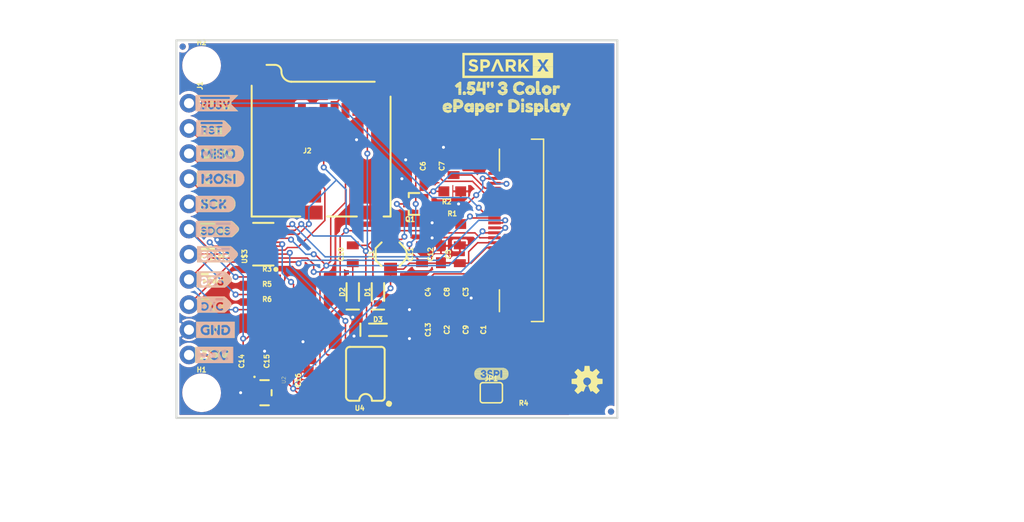
<source format=kicad_pcb>
(kicad_pcb (version 20211014) (generator pcbnew)
  (layers (0 "F.Cu" signal) (31 "B.Cu" signal) (34 "B.Paste" user) (35 "F.Paste" user) (36 "B.SilkS" user "B.Silkscreen") (37 "F.SilkS" user "F.Silkscreen") (38 "B.Mask" user) (39 "F.Mask" user) (44 "Edge.Cuts" user))
  (net 0 "")
  (net 1 "GDR")
  (net 2 "RESE")
  (net 3 "VGL")
  (net 4 "VGH")
  (net 5 "TSCL")
  (net 6 "TSDA")
  (net 7 "BS")
  (net 8 "~{BUSY}")
  (net 9 "~{RES}")
  (net 10 "GND")
  (net 11 "VDD")
  (net 12 "VSH")
  (net 13 "PREVGH")
  (net 14 "VSL")
  (net 15 "PREVGL")
  (net 16 "VCOM")
  (net 17 "N$2")
  (net 18 "N$5")
  (net 19 "3.3V")
  (net 20 "VPP")
  (net 21 "MOSI")
  (net 22 "SCLK")
  (net 23 "5V")
  (net 24 "D/~{C}")
  (net 25 "5V_D/~{C}")
  (net 26 "N$11")
  (net 27 "5V_~{CS}(D)")
  (net 28 "~{CS}(D)")
  (net 29 "MISO")
  (net 30 "5V_MOSI")
  (net 31 "5V_~{CS}(SR)")
  (net 32 "5V_~{CS}(SD)")
  (net 33 "5V_SCLK")
  (net 34 "~{CS}(SD)")
  (net 35 "~{CS}(SR)")
  (net 36 "5V_~{RES}")
  (net 37 "5V_MISO")
  (footprint "eagleBoard:0805" (layer "F.Cu") (at 154.8511 107.5436 90)
    (fp_text reference "C5")
    (fp_text value "1.0uF")
  )
  (footprint "eagleBoard:0603" (layer "F.Cu") (at 156.7561 115.1636 -90)
    (fp_text reference "C1")
    (fp_text value "1.0uF")
  )
  (footprint "eagleBoard:SOT23-5" (layer "F.Cu") (at 135.1661 121.5136 -90)
    (fp_text reference "U2")
    (fp_text value "3.3V")
  )
  (footprint "eagleBoard:OSHW-LOGO-S" (layer "F.Cu") (at 167.6781 120.3706)
    (fp_text reference "LOGO1" hide)
    (fp_text value "OSHW-LOGOS" hide)
  )
  (footprint "eagleBoard:MICRO-SD-SOCKET" (layer "F.Cu") (at 147.8661 103.7336)
    (fp_text reference "J2")
    (fp_text value "MICRO-SD_CARD_SOCKETPUSH-PUSH")
  )
  (footprint "eagleBoard:0603" (layer "F.Cu") (at 154.0891 101.1936 180)
    (fp_text reference "R2")
    (fp_text value "0.47ohm")
  )
  (footprint "eagleBoard:STAND-OFF" (layer "F.Cu") (at 128.8161 88.4936)
    (fp_text reference "H2")
    (fp_text value "STAND-OFF")
  )
  (footprint "eagleBoard:CREATIVE_COMMONS" (layer "F.Cu") (at 128.8161 134.2136)
    (fp_text reference "FRAME1" hide)
    (fp_text value "FRAME-LETTER" hide)
  )
  (footprint "eagleBoard:STAND-OFF" (layer "F.Cu") (at 128.8161 121.5136)
    (fp_text reference "H1")
    (fp_text value "STAND-OFF")
  )
  (footprint "eagleBoard:SPARKX-MEDIUM" (layer "F.Cu") (at 159.6771 88.4936)
    (fp_text reference "U$5" hide)
    (fp_text value "SPARKX-LOGO4" hide)
  )
  (footprint "eagleBoard:0805" (layer "F.Cu") (at 152.3111 98.6536 90)
    (fp_text reference "C6")
    (fp_text value "1.0uF")
  )
  (footprint "eagleBoard:0603" (layer "F.Cu") (at 152.9461 107.5436 90)
    (fp_text reference "C12")
    (fp_text value "0.1uF")
  )
  (footprint "eagleBoard:#RST1" (layer "F.Cu") (at 127.6731 94.8436)
    (fp_text reference "U$11" hide)
    (fp_text value "" hide)
  )
  (footprint "eagleBoard:UFDFN-20" (layer "F.Cu") (at 135.0391 106.5276 90)
    (fp_text reference "U$3")
    (fp_text value "TXB0108DQSR")
  )
  (footprint "eagleBoard:VCC1" (layer "F.Cu") (at 127.6731 117.7036)
    (fp_text reference "U$2" hide)
    (fp_text value "" hide)
  )
  (footprint "eagleBoard:SOD-323" (layer "F.Cu") (at 146.5961 115.1636)
    (fp_text reference "D3")
    (fp_text value "0.5A/40V/420mV")
  )
  (footprint "eagleBoard:#BUSY0" (layer "F.Cu") (at 127.5461 92.3036)
    (fp_text reference "U$4" hide)
    (fp_text value "" hide)
  )
  (footprint "eagleBoard:SOD-323" (layer "F.Cu") (at 146.5961 111.3536 90)
    (fp_text reference "D1")
    (fp_text value "0.5A/40V/420mV")
  )
  (footprint "eagleBoard:SO08" (layer "F.Cu") (at 145.3261 119.6086 90)
    (fp_text reference "U4")
    (fp_text value "23K640")
  )
  (footprint "eagleBoard:0805" (layer "F.Cu") (at 151.0411 115.1636 -90)
    (fp_text reference "C13")
    (fp_text value "1.0uF")
  )
  (footprint "eagleBoard:MISO1" (layer "F.Cu") (at 127.8001 97.3836)
    (fp_text reference "U$8" hide)
    (fp_text value "" hide)
  )
  (footprint "eagleBoard:0603" (layer "F.Cu") (at 135.4201 110.0836)
    (fp_text reference "R3")
    (fp_text value "10k")
  )
  (footprint "eagleBoard:0805" (layer "F.Cu") (at 144.0561 107.5436 90)
    (fp_text reference "C10")
    (fp_text value "4.7uF")
  )
  (footprint "eagleBoard:3_COLOR2" (layer "F.Cu") (at 157.5181 90.7796)
    (fp_text reference "U$19" hide)
    (fp_text value "" hide)
  )
  (footprint "eagleBoard:0805" (layer "F.Cu") (at 151.0411 107.5436 90)
    (fp_text reference "C11")
    (fp_text value "4.7uF")
  )
  (footprint "eagleBoard:SOD-323" (layer "F.Cu") (at 144.0561 111.3536 90)
    (fp_text reference "D2")
    (fp_text value "0.5A/40V/420mV")
  )
  (footprint "eagleBoard:INDUCTOR_4.7UH" (layer "F.Cu") (at 147.8661 107.5436 90)
    (fp_text reference "L1")
    (fp_text value "10uH")
  )
  (footprint "eagleBoard:MOSI0" (layer "F.Cu") (at 127.8001 99.9236)
    (fp_text reference "U$16" hide)
    (fp_text value "" hide)
  )
  (footprint "eagleBoard:SMT-JUMPER_2_NO_SILK" (layer "F.Cu") (at 158.0261 121.5136)
    (fp_text reference "JP1")
    (fp_text value "3SPI")
  )
  (footprint "eagleBoard:GND9" (layer "F.Cu") (at 127.8001 115.1636)
    (fp_text reference "U$14" hide)
    (fp_text value "" hide)
  )
  (footprint "eagleBoard:SCK2" (layer "F.Cu") (at 127.8001 102.4636)
    (fp_text reference "U$17" hide)
    (fp_text value "" hide)
  )
  (footprint "eagleBoard:D##C10" (layer "F.Cu") (at 127.6731 112.6236)
    (fp_text reference "U$7" hide)
    (fp_text value "" hide)
  )
  (footprint "eagleBoard:0603" (layer "F.Cu") (at 139.6111 120.2436 90)
    (fp_text reference "C16")
    (fp_text value "0.1uF")
  )
  (footprint "eagleBoard:0603" (layer "F.Cu") (at 161.8361 121.5136 180)
    (fp_text reference "R4")
    (fp_text value "10k")
  )
  (footprint "eagleBoard:FIDUCIAL-MICRO" (layer "F.Cu") (at 126.9111 86.5886)
    (fp_text reference "FD4" hide)
    (fp_text value "FIDUCIALUFIDUCIAL" hide)
  )
  (footprint "eagleBoard:0805" (layer "F.Cu") (at 154.2161 98.6536 90)
    (fp_text reference "C7")
    (fp_text value "1.0uF")
  )
  (footprint "eagleBoard:0805" (layer "F.Cu") (at 152.9461 111.3536 -90)
    (fp_text reference "C8")
    (fp_text value "1.0uF")
  )
  (footprint "eagleBoard:0603" (layer "F.Cu") (at 135.4201 113.1316)
    (fp_text reference "R6")
    (fp_text value "10k")
  )
  (footprint "eagleBoard:SR#CS1" (layer "F.Cu") (at 127.6731 107.5436)
    (fp_text reference "U$15" hide)
    (fp_text value "" hide)
  )
  (footprint "eagleBoard:24_PIN_FPC_0.5MM" (layer "F.Cu") (at 160.5661 105.1306 90)
    (fp_text reference "U$1" hide)
    (fp_text value "24_PIN_FPC_0.5MM" hide)
  )
  (footprint "eagleBoard:0805" (layer "F.Cu") (at 154.8511 111.3536 -90)
    (fp_text reference "C3")
    (fp_text value "1.0uF")
  )
  (footprint "eagleBoard:D#CS2" (layer "F.Cu") (at 127.6731 110.0836)
    (fp_text reference "U$9" hide)
    (fp_text value "" hide)
  )
  (footprint "eagleBoard:0805" (layer "F.Cu") (at 152.9461 115.1636 -90)
    (fp_text reference "C2")
    (fp_text value "1.0uF")
  )
  (footprint "eagleBoard:1#54#1" (layer "F.Cu") (at 153.2001 90.7796)
    (fp_text reference "U$23" hide)
    (fp_text value "" hide)
  )
  (footprint "eagleBoard:SD#CS0" (layer "F.Cu") (at 127.6731 105.0036)
    (fp_text reference "U$10" hide)
    (fp_text value "" hide)
  )
  (footprint "eagleBoard:SOT323" (layer "F.Cu") (at 150.4061 102.4636 90)
    (fp_text reference "Q1")
    (fp_text value "310mA/60V/1.6Ω")
  )
  (footprint "eagleBoard:1X11_NO_SILK" (layer "F.Cu") (at 127.5461 92.3036 -90)
    (fp_text reference "J1")
    (fp_text value "")
  )
  (footprint "eagleBoard:0603" (layer "F.Cu") (at 133.8961 118.3386 90)
    (fp_text reference "C14")
    (fp_text value "1.0uF")
  )
  (footprint "eagleBoard:0603" (layer "F.Cu") (at 135.4201 111.6076)
    (fp_text reference "R5")
    (fp_text value "10k")
  )
  (footprint "eagleBoard:0805" (layer "F.Cu") (at 154.8511 115.1636 -90)
    (fp_text reference "C9")
    (fp_text value "1.0uF")
  )
  (footprint "eagleBoard:FIDUCIAL-MICRO" (layer "F.Cu") (at 170.0911 123.4186)
    (fp_text reference "FD3" hide)
    (fp_text value "FIDUCIALUFIDUCIAL" hide)
  )
  (footprint "eagleBoard:0603" (layer "F.Cu") (at 136.4361 118.3386 90)
    (fp_text reference "C15")
    (fp_text value "1.0uF")
  )
  (footprint "eagleBoard:EPAPER_DISPLAY5" (layer "F.Cu") (at 151.9301 92.5576)
    (fp_text reference "U$21" hide)
    (fp_text value "" hide)
  )
  (footprint "eagleBoard:0805" (layer "F.Cu") (at 151.0411 111.3536 -90)
    (fp_text reference "C4")
    (fp_text value "1.0uF")
  )
  (footprint "eagleBoard:0603" (layer "F.Cu") (at 154.0891 104.4956)
    (fp_text reference "R1")
    (fp_text value "10k")
  )
  (footprint "eagleBoard:3SPI0" (layer "F.Cu") (at 156.2481 119.6086)
    (fp_text reference "U$12" hide)
    (fp_text value "" hide)
  )
  (footprint "eagleBoard:#RST2" (layer "B.Cu") (at 131.9911 94.8436 180)
    (fp_text reference "U$20" hide)
    (fp_text value "" hide)
  )
  (footprint "eagleBoard:D##C9" (layer "B.Cu") (at 132.1181 112.6236 180)
    (fp_text reference "U$30" hide)
    (fp_text value "" hide)
  )
  (footprint "eagleBoard:FIDUCIAL-MICRO" (layer "B.Cu") (at 126.9111 86.5886 180)
    (fp_text reference "FD1" hide)
    (fp_text value "FIDUCIALUFIDUCIAL" hide)
  )
  (footprint "eagleBoard:D#CS8" (layer "B.Cu") (at 132.1181 110.0836 180)
    (fp_text reference "U$29" hide)
    (fp_text value "" hide)
  )
  (footprint "eagleBoard:MISO3" (layer "B.Cu") (at 133.1341 97.3836 180)
    (fp_text reference "U$24" hide)
    (fp_text value "" hide)
  )
  (footprint "eagleBoard:SCK5" (layer "B.Cu") (at 132.2451 102.4636 180)
    (fp_text reference "U$26" hide)
    (fp_text value "" hide)
  )
  (footprint "eagleBoard:VCC1" (layer "B.Cu") (at 132.4991 117.7036 180)
    (fp_text reference "U$13" hide)
    (fp_text value "" hide)
  )
  (footprint "eagleBoard:FIDUCIAL-MICRO" (layer "B.Cu") (at 170.0911 123.4186 180)
    (fp_text reference "FD2" hide)
    (fp_text value "FIDUCIALUFIDUCIAL" hide)
  )
  (footprint "eagleBoard:SD#CS6" (layer "B.Cu") (at 132.7531 105.0036 180)
    (fp_text reference "U$27" hide)
    (fp_text value "" hide)
  )
  (footprint "eagleBoard:GND11" (layer "B.Cu") (at 132.6261 115.1636 180)
    (fp_text reference "U$31" hide)
    (fp_text value "" hide)
  )
  (footprint "eagleBoard:SR#CS7" (layer "B.Cu") (at 132.7531 107.5436 180)
    (fp_text reference "U$28" hide)
    (fp_text value "" hide)
  )
  (footprint "eagleBoard:MOSI4" (layer "B.Cu") (at 133.2611 99.9236 180)
    (fp_text reference "U$25" hide)
    (fp_text value "" hide)
  )
  (footprint "eagleBoard:#BUSY1" (layer "B.Cu") (at 132.7531 92.3036 180)
    (fp_text reference "U$6" hide)
    (fp_text value "" hide)
  )
  (gr_line (start 170.7261 85.9536) (end 126.2761 85.9536) (layer "Edge.Cuts") (width 0.2032))
  (gr_line (start 126.2761 85.9536) (end 126.2761 124.0536) (layer "Edge.Cuts") (width 0.2032))
  (gr_line (start 170.7261 124.0536) (end 170.7261 85.9536) (layer "Edge.Cuts") (width 0.2032))
  (gr_line (start 126.2761 124.0536) (end 170.7261 124.0536) (layer "Edge.Cuts") (width 0.2032))
  (gr_text "X01" (at 167.8051 122.9106) (layer "F.Cu") (effects (font (size 1.0795 1.0795) (thickness 0.1905))))
  (segment (start 157.158306 99.902394) (end 158.319306 99.902394) (width 0.1524) (layer "F.Cu") (net 1))
  (segment (start 158.319306 99.902394) (end 158.3411 99.8806) (width 0.1524) (layer "F.Cu") (net 1))
  (segment (start 151.3461 103.0986) (end 151.3311 103.1136) (width 0.1524) (layer "F.Cu") (net 1))
  (segment (start 154.9631 103.1136) (end 156.5021 101.5746) (width 0.1524) (layer "F.Cu") (net 1))
  (segment (start 151.3311 103.1136) (end 154.9631 103.1136) (width 0.1524) (layer "F.Cu") (net 1))
  (segment (start 154.9631 104.4716) (end 154.9391 104.4956) (width 0.1524) (layer "F.Cu") (net 1))
  (segment (start 154.9631 103.1136) (end 154.9631 104.4716) (width 0.1524) (layer "F.Cu") (net 1))
  (via (at 156.5021 101.5746) (size 0.6096) (drill 0.3048) (layers "F.Cu" "B.Cu") (net 1))
  (via (at 157.158306 99.902394) (size 0.6096) (drill 0.3048) (layers "F.Cu" "B.Cu") (net 1))
  (segment (start 156.5021 101.5746) (end 157.158306 100.918394) (width 0.1524) (layer "B.Cu") (net 1))
  (segment (start 157.158306 100.918394) (end 157.158306 99.902394) (width 0.1524) (layer "B.Cu") (net 1))
  (segment (start 159.5501 100.4316) (end 159.4991 100.3806) (width 0.1524) (layer "F.Cu") (net 2))
  (segment (start 159.4991 100.3806) (end 158.3411 100.3806) (width 0.1524) (layer "F.Cu") (net 2))
  (segment (start 152.1841 101.1936) (end 153.2391 101.1936) (width 0.1524) (layer "F.Cu") (net 2))
  (segment (start 151.9511 101.1936) (end 152.1841 101.1936) (width 0.1524) (layer "F.Cu") (net 2))
  (segment (start 151.3311 101.8136) (end 151.9511 101.1936) (width 0.1524) (layer "F.Cu") (net 2))
  (via (at 152.1841 101.1936) (size 0.6096) (drill 0.3048) (layers "F.Cu" "B.Cu") (net 2))
  (via (at 159.5501 100.4316) (size 0.6096) (drill 0.3048) (layers "F.Cu" "B.Cu") (net 2))
  (segment (start 157.50625 99.368994) (end 154.008706 99.368994) (width 0.1524) (layer "B.Cu") (net 2))
  (segment (start 159.5501 100.4316) (end 158.568856 100.4316) (width 0.1524) (layer "B.Cu") (net 2))
  (segment (start 158.568856 100.4316) (end 157.50625 99.368994) (width 0.1524) (layer "B.Cu") (net 2))
  (segment (start 154.008706 99.368994) (end 152.1841 101.1936) (width 0.1524) (layer "B.Cu") (net 2))
  (segment (start 154.2271 99.5426) (end 154.2161 99.5536) (width 0.1524) (layer "F.Cu") (net 3))
  (segment (start 157.382156 100.8806) (end 156.044156 99.5426) (width 0.1524) (layer "F.Cu") (net 3))
  (segment (start 158.3411 100.8806) (end 157.382156 100.8806) (width 0.1524) (layer "F.Cu") (net 3))
  (segment (start 156.044156 99.5426) (end 154.2271 99.5426) (width 0.1524) (layer "F.Cu") (net 3))
  (segment (start 156.1257 100.1822) (end 153.2047 100.1822) (width 0.1524) (layer "F.Cu") (net 4))
  (segment (start 152.5761 99.5536) (end 152.3111 99.5536) (width 0.1524) (layer "F.Cu") (net 4))
  (segment (start 153.2047 100.1822) (end 152.5761 99.5536) (width 0.1524) (layer "F.Cu") (net 4))
  (segment (start 158.3411 101.3806) (end 157.3241 101.3806) (width 0.1524) (layer "F.Cu") (net 4))
  (segment (start 157.3241 101.3806) (end 156.1257 100.1822) (width 0.1524) (layer "F.Cu") (net 4))
  (segment (start 159.6771 121.5136) (end 159.6771 120.7516) (width 0.1524) (layer "F.Cu") (net 7))
  (segment (start 158.3411 102.8806) (end 159.2601 102.8806) (width 0.1524) (layer "F.Cu") (net 7))
  (segment (start 159.6771 121.5136) (end 158.4325 121.5136) (width 0.1524) (layer "F.Cu") (net 7))
  (segment (start 160.9861 121.5136) (end 159.6771 121.5136) (width 0.1524) (layer "F.Cu") (net 7))
  (segment (start 159.6771 120.7516) (end 163.4871 116.9416) (width 0.1524) (layer "F.Cu") (net 7))
  (segment (start 163.4871 105.3846) (end 160.9831 102.8806) (width 0.1524) (layer "F.Cu") (net 7))
  (segment (start 160.9831 102.8806) (end 158.3411 102.8806) (width 0.1524) (layer "F.Cu") (net 7))
  (segment (start 163.4871 116.9416) (end 163.4871 105.3846) (width 0.1524) (layer "F.Cu") (net 7))
  (segment (start 156.7561 102.8446) (end 157.2921 103.3806) (width 0.1524) (layer "F.Cu") (net 8))
  (segment (start 157.2921 103.3806) (end 158.3411 103.3806) (width 0.1524) (layer "F.Cu") (net 8))
  (via (at 156.7561 102.8446) (size 0.6096) (drill 0.3048) (layers "F.Cu" "B.Cu") (net 8))
  (segment (start 152.060928 101.824772) (end 151.556756 101.3206) (width 0.1524) (layer "B.Cu") (net 8))
  (segment (start 151.5491 101.3206) (end 142.5321 92.3036) (width 0.1524) (layer "B.Cu") (net 8))
  (segment (start 155.736271 101.824772) (end 152.060928 101.824772) (width 0.1524) (layer "B.Cu") (net 8))
  (segment (start 151.556756 101.3206) (end 151.5491 101.3206) (width 0.1524) (layer "B.Cu") (net 8))
  (segment (start 156.7561 102.8446) (end 155.736271 101.824772) (width 0.1524) (layer "B.Cu") (net 8))
  (segment (start 142.5321 92.3036) (end 127.5461 92.3036) (width 0.1524) (layer "B.Cu") (net 8))
  (segment (start 155.87039 103.73031) (end 156.020681 103.8806) (width 0.1524) (layer "F.Cu") (net 9))
  (segment (start 137.7281 104.7276) (end 137.9601 104.4956) (width 0.1524) (layer "F.Cu") (net 9))
  (segment (start 135.9391 104.7276) (end 137.7281 104.7276) (width 0.1524) (layer "F.Cu") (net 9))
  (segment (start 156.020681 103.8806) (end 158.3411 103.8806) (width 0.1524) (layer "F.Cu") (net 9))
  (via (at 155.87039 103.73031) (size 0.6096) (drill 0.3048) (layers "F.Cu" "B.Cu") (net 9))
  (via (at 137.9601 104.4956) (size 0.6096) (drill 0.3048) (layers "F.Cu" "B.Cu") (net 9))
  (segment (start 155.87039 103.73031) (end 151.8031 107.7976) (width 0.1524) (layer "B.Cu") (net 9))
  (segment (start 137.9601 104.4956) (end 141.2621 107.7976) (width 0.1524) (layer "B.Cu") (net 9))
  (segment (start 141.2621 107.7976) (end 151.8031 107.7976) (width 0.1524) (layer "B.Cu") (net 9))
  (segment (start 144.4261 92.8336) (end 144.4261 95.9756) (width 0.1524) (layer "F.Cu") (net 10))
  (segment (start 138.7221 116.0526) (end 139.0396 116.3701) (width 0.254) (layer "F.Cu") (net 10))
  (segment (start 149.8981 112.2426) (end 149.7711 112.3696) (width 0.1524) (layer "F.Cu") (net 10))
  (segment (start 144.4261 95.9756) (end 144.4371 95.9866) (width 0.1524) (layer "F.Cu") (net 10))
  (segment (start 149.7821 116.0636) (end 149.7711 116.0526) (width 0.1524) (layer "F.Cu") (net 10))
  (segment (start 144.0561 112.5036) (end 144.0561 113.8936) (width 0.1524) (layer "F.Cu") (net 10))
  (segment (start 152.0571 106.6936) (end 152.0571 106.7816) (width 0.1524) (layer "F.Cu") (net 10))
  (segment (start 149.7711 112.3696) (end 149.7711 113.1316) (width 0.1524) (layer "F.Cu") (net 10))
  (segment (start 149.9091 112.2536) (end 149.8981 112.2426) (width 0.1524) (layer "F.Cu") (net 10))
  (segment (start 133.866 121.5136) (end 132.7531 121.5136) (width 0.254) (layer "F.Cu") (net 10))
  (segment (start 151.0411 116.0636) (end 149.7821 116.0636) (width 0.1524) (layer "F.Cu") (net 10))
  (segment (start 152.9461 106.6936) (end 152.6531 106.4006) (width 0.1524) (layer "F.Cu") (net 10))
  (segment (start 153.2391 104.4956) (end 152.1841 104.4956) (width 0.1524) (layer "F.Cu") (net 10))
  (segment (start 159.3321 107.3806) (end 159.4231 107.2896) (width 0.1524) (layer "F.Cu") (net 10))
  (segment (start 134.1391 106.3276) (end 130.655756 106.3276) (width 0.1524) (layer "F.Cu") (net 10))
  (segment (start 158.3411 107.3806) (end 159.3321 107.3806) (width 0.1524) (layer "F.Cu") (net 10))
  (segment (start 154.8511 106.6436) (end 154.8511 106.832344) (width 0.1524) (layer "F.Cu") (net 10))
  (segment (start 151.0411 112.2536) (end 149.9091 112.2536) (width 0.1524) (layer "F.Cu") (net 10))
  (segment (start 152.1841 104.4956) (end 152.0571 104.3686) (width 0.1524) (layer "F.Cu") (net 10))
  (segment (start 130.655756 106.3276) (end 130.407428 106.079272) (width 0.1524) (layer "F.Cu") (net 10))
  (via (at 144.1831 115.7986) (size 0.6096) (drill 0.3048) (layers "F.Cu" "B.Cu") (net 10))
  (via (at 149.3901 98.0186) (size 0.6096) (drill 0.3048) (layers "F.Cu" "B.Cu") (net 10))
  (via (at 155.9941 111.9586) (size 0.6096) (drill 0.3048) (layers "F.Cu" "B.Cu") (net 10))
  (via (at 135.1661 117.3226) (size 0.6096) (drill 0.3048) (layers "F.Cu" "B.Cu") (net 10))
  (via (at 139.0396 116.3701) (size 0.6096) (drill 0.3048) (layers "F.Cu" "B.Cu") (net 10))
  (via (at 132.7531 121.5136) (size 0.6096) (drill 0.3048) (layers "F.Cu" "B.Cu") (net 10))
  (via (at 152.0571 105.8926) (size 0.6096) (drill 0.3048) (layers "F.Cu" "B.Cu") (net 10))
  (via (at 130.407428 106.079272) (size 0.6096) (drill 0.3048) (layers "F.Cu" "B.Cu") (net 10))
  (via (at 144.4371 95.9866) (size 0.6096) (drill 0.3048) (layers "F.Cu" "B.Cu") (net 10))
  (via (at 149.7711 113.1316) (size 0.6096) (drill 0.3048) (layers "F.Cu" "B.Cu") (net 10))
  (via (at 152.0571 104.3686) (size 0.6096) (drill 0.3048) (layers "F.Cu" "B.Cu") (net 10))
  (via (at 154.7241 102.4636) (size 0.6096) (drill 0.3048) (layers "F.Cu" "B.Cu") (net 10))
  (via (at 153.2001 96.7486) (size 0.6096) (drill 0.3048) (layers "F.Cu" "B.Cu") (net 10))
  (via (at 144.0561 113.8936) (size 0.6096) (drill 0.3048) (layers "F.Cu" "B.Cu") (net 10))
  (via (at 149.0091 99.9236) (size 0.6096) (drill 0.3048) (layers "F.Cu" "B.Cu") (net 10))
  (via (at 149.7711 116.0526) (size 0.6096) (drill 0.3048) (layers "F.Cu" "B.Cu") (net 10))
  (segment (start 151.0411 110.4536) (end 151.3061 110.4536) (width 0.1524) (layer "F.Cu") (net 11))
  (segment (start 151.0411 110.4536) (end 151.2553 110.4536) (width 0.1524) (layer "F.Cu") (net 11))
  (segment (start 152.2395 109.5202) (end 155.822387 109.5202) (width 0.1524) (layer "F.Cu") (net 11))
  (segment (start 155.822387 109.5202) (end 157.461987 107.8806) (width 0.1524) (layer "F.Cu") (net 11))
  (segment (start 158.3411 107.8806) (end 157.461987 107.8806) (width 0.1524) (layer "F.Cu") (net 11))
  (segment (start 151.3061 110.4536) (end 152.2395 109.5202) (width 0.1524) (layer "F.Cu") (net 11))
  (segment (start 157.3241 108.8806) (end 158.3411 108.8806) (width 0.1524) (layer "F.Cu") (net 12))
  (segment (start 155.7511 110.4536) (end 154.8511 110.4536) (width 0.1524) (layer "F.Cu") (net 12))
  (segment (start 155.7511 110.4536) (end 157.3241 108.8806) (width 0.1524) (layer "F.Cu") (net 12))
  (segment (start 155.4861 111.3536) (end 157.4591 109.3806) (width 0.1524) (layer "F.Cu") (net 13))
  (segment (start 157.4591 109.3806) (end 158.3411 109.3806) (width 0.1524) (layer "F.Cu") (net 13))
  (segment (start 153.4541 113.3856) (end 153.9621 112.8776) (width 0.1524) (layer "F.Cu") (net 13))
  (segment (start 152.1841 113.3856) (end 153.4541 113.3856) (width 0.1524) (layer "F.Cu") (net 13))
  (segment (start 153.9621 112.8776) (end 153.9621 111.819313) (width 0.1524) (layer "F.Cu") (net 13))
  (segment (start 154.427812 111.3536) (end 155.4861 111.3536) (width 0.1524) (layer "F.Cu") (net 13))
  (segment (start 148.3561 114.2636) (end 151.0411 114.2636) (width 0.1524) (layer "F.Cu") (net 13))
  (segment (start 151.3061 114.2636) (end 151.0411 114.2636) (width 0.1524) (layer "F.Cu") (net 13))
  (segment (start 154.427812 111.3536) (end 153.9621 111.819313) (width 0.1524) (layer "F.Cu") (net 13))
  (segment (start 151.3061 114.2636) (end 152.1841 113.3856) (width 0.1524) (layer "F.Cu") (net 13))
  (segment (start 146.5961 112.5036) (end 148.3561 114.2636) (width 0.1524) (layer "F.Cu") (net 13))
  (segment (start 153.8397 113.635) (end 155.1097 113.635) (width 0.1524) (layer "F.Cu") (net 14))
  (segment (start 153.4541 114.0206) (end 153.1891 114.0206) (width 0.1524) (layer "F.Cu") (net 14))
  (segment (start 153.8397 113.635) (end 153.4541 114.0206) (width 0.1524) (layer "F.Cu") (net 14))
  (segment (start 158.3411 109.8806) (end 157.5181 109.8806) (width 0.1524) (layer "F.Cu") (net 14))
  (segment (start 157.1663 110.2324) (end 157.5181 109.8806) (width 0.1524) (layer "F.Cu") (net 14))
  (segment (start 155.1097 113.635) (end 157.1663 111.5784) (width 0.1524) (layer "F.Cu") (net 14))
  (segment (start 157.1663 111.5784) (end 157.1663 110.2324) (width 0.1524) (layer "F.Cu") (net 14))
  (segment (start 153.1891 114.0206) (end 152.9461 114.2636) (width 0.1524) (layer "F.Cu") (net 14))
  (segment (start 158.3411 110.3806) (end 157.6021 110.3806) (width 0.1524) (layer "F.Cu") (net 15))
  (segment (start 157.4711 110.5116) (end 157.4711 111.8146) (width 0.1524) (layer "F.Cu") (net 15))
  (segment (start 147.7461 115.1636) (end 153.7081 115.1636) (width 0.1524) (layer "F.Cu") (net 15))
  (segment (start 157.6021 110.3806) (end 157.4711 110.5116) (width 0.1524) (layer "F.Cu") (net 15))
  (segment (start 154.6081 114.2636) (end 154.8511 114.2636) (width 0.1524) (layer "F.Cu") (net 15))
  (segment (start 155.0221 114.2636) (end 154.8511 114.2636) (width 0.1524) (layer "F.Cu") (net 15))
  (segment (start 153.7081 115.1636) (end 154.6081 114.2636) (width 0.1524) (layer "F.Cu") (net 15))
  (segment (start 157.4711 111.8146) (end 155.0221 114.2636) (width 0.1524) (layer "F.Cu") (net 15))
  (segment (start 158.3411 110.8806) (end 158.3411 112.7286) (width 0.1524) (layer "F.Cu") (net 16))
  (segment (start 156.7561 114.3136) (end 158.3411 112.7286) (width 0.1524) (layer "F.Cu") (net 16))
  (segment (start 144.0561 110.2036) (end 144.0561 110.0836) (width 0.1524) (layer "F.Cu") (net 17))
  (segment (start 145.4461 115.1636) (end 145.4461 111.4736) (width 0.1524) (layer "F.Cu") (net 17))
  (segment (start 144.0561 110.0836) (end 144.0561 108.4436) (width 0.1524) (layer "F.Cu") (net 17))
  (segment (start 145.4461 111.4736) (end 144.0561 110.0836) (width 0.1524) (layer "F.Cu") (net 17))
  (segment (start 146.0881 109.6956) (end 146.0881 107.1806) (width 0.1524) (layer "F.Cu") (net 18))
  (segment (start 145.5511 106.6436) (end 146.1511 106.0436) (width 0.1524) (layer "F.Cu") (net 18))
  (segment (start 147.8661 106.0436) (end 148.9851 106.0436) (width 0.1524) (layer "F.Cu") (net 18))
  (segment (start 146.0881 107.1806) (end 145.5511 106.6436) (width 0.1524) (layer "F.Cu") (net 18))
  (segment (start 146.0881 109.6956) (end 146.5961 110.2036) (width 0.1524) (layer "F.Cu") (net 18))
  (segment (start 148.9851 106.0436) (end 149.2631 105.7656) (width 0.1524) (layer "F.Cu") (net 18))
  (segment (start 148.5011 102.4636) (end 149.4811 102.4636) (width 0.1524) (layer "F.Cu") (net 18))
  (segment (start 146.1511 106.0436) (end 147.8661 106.0436) (width 0.1524) (layer "F.Cu") (net 18))
  (segment (start 145.5511 106.6436) (end 144.0561 106.6436) (width 0.1524) (layer "F.Cu") (net 18))
  (via (at 149.2631 105.7656) (size 0.6096) (drill 0.3048) (layers "F.Cu" "B.Cu") (net 18))
  (via (at 148.5011 102.4636) (size 0.6096) (drill 0.3048) (layers "F.Cu" "B.Cu") (net 18))
  (segment (start 149.2631 105.7656) (end 149.2631 103.2256) (width 0.1524) (layer "B.Cu") (net 18))
  (segment (start 149.2631 103.2256) (end 148.5011 102.4636) (width 0.1524) (layer "B.Cu") (net 18))
  (segment (start 158.3411 106.3806) (end 156.6491 106.3806) (width 0.1524) (layer "F.Cu") (net 19))
  (segment (start 139.6111 121.0936) (end 138.0481 121.0936) (width 0.1524) (layer "F.Cu") (net 19))
  (segment (start 147.8661 109.0436) (end 149.1711 109.0436) (width 0.1524) (layer "F.Cu") (net 19))
  (segment (start 140.6466 121.1131) (end 140.6466 120.6051) (width 0.1524) (layer "F.Cu") (net 19))
  (segment (start 157.6197 121.5136) (end 150.123031 121.5136) (width 0.1524) (layer "F.Cu") (net 19))
  (segment (start 149.7711 107.1736) (end 149.7711 106.5276) (width 0.1524) (layer "F.Cu") (net 19))
  (segment (start 151.0411 108.4436) (end 149.7711 108.4436) (width 0.1524) (layer "F.Cu") (net 19))
  (segment (start 152.9461 108.3936) (end 154.8011 108.3936) (width 0.1524) (layer "F.Cu") (net 19))
  (segment (start 140.6466 120.6051) (end 141.0081 120.2436) (width 0.1524) (layer "F.Cu") (net 19))
  (segment (start 156.6491 106.3806) (end 155.7401 107.2896) (width 0.1524) (layer "F.Cu") (net 19))
  (segment (start 139.4079 122.4534) (end 138.0871 121.1326) (width 0.1524) (layer "F.Cu") (net 19))
  (segment (start 155.0687 108.4436) (end 154.8511 108.4436) (width 0.1524) (layer "F.Cu") (net 19))
  (segment (start 155.7401 107.2896) (end 155.7401 108.4436) (width 0.1524) (layer "F.Cu") (net 19))
  (segment (start 137.5181 120.5636) (end 136.4662 120.5636) (width 0.1524) (layer "F.Cu") (net 19))
  (segment (start 154.8511 108.4436) (end 151.0411 108.4436) (width 0.1524) (layer "F.Cu") (net 19))
  (segment (start 136.8711 106.7276) (end 136.9441 106.6546) (width 0.1524) (layer "F.Cu") (net 19))
  (segment (start 154.8511 108.4436) (end 155.7401 108.4436) (width 0.1524) (layer "F.Cu") (net 19))
  (segment (start 136.8711 106.3276) (end 136.9441 106.4006) (width 0.1524) (layer "F.Cu") (net 19))
  (segment (start 150.123031 121.5136) (end 149.183231 122.4534) (width 0.1524) (layer "F.Cu") (net 19))
  (segment (start 136.9441 106.6546) (end 136.9441 106.5276) (width 0.1524) (layer "F.Cu") (net 19))
  (segment (start 136.9441 106.5276) (end 136.9441 106.4006) (width 0.1524) (layer "F.Cu") (net 19))
  (segment (start 154.8011 108.3936) (end 154.8511 108.4436) (width 0.1524) (layer "F.Cu") (net 19))
  (segment (start 142.2261 92.8336) (end 142.2261 92.415) (width 0.1524) (layer "F.Cu") (net 19))
  (segment (start 140.6271 121.0936) (end 139.6111 121.0936) (width 0.1524) (layer "F.Cu") (net 19))
  (segment (start 150.4061 95.340313) (end 150.4061 102.4636) (width 0.1524) (layer "F.Cu") (net 19))
  (segment (start 138.0871 121.1326) (end 138.0481 121.0936) (width 0.1524) (layer "F.Cu") (net 19))
  (segment (start 142.2261 92.415) (end 142.7861 91.855) (width 0.1524) (layer "F.Cu") (net 19))
  (segment (start 135.9391 106.7276) (end 136.8711 106.7276) (width 0.1524) (layer "F.Cu") (net 19))
  (segment (start 146.920787 91.855) (end 150.4061 95.340313) (width 0.1524) (layer "F.Cu") (net 19))
  (segment (start 142.5261 121.5136) (end 141.0471 121.5136) (width 0.1524) (layer "F.Cu") (net 19))
  (segment (start 136.4662 119.2187) (end 136.4662 120.5636) (width 0.254) (layer "F.Cu") (net 19))
  (segment (start 147.8901 109.0676) (end 147.8661 109.0436) (width 0.1524) (layer "F.Cu") (net 19))
  (segment (start 135.9391 106.3276) (end 136.8711 106.3276) (width 0.1524) (layer "F.Cu") (net 19))
  (segment (start 147.8661 109.0436) (end 147.8661 110.9726) (width 0.1524) (layer "F.Cu") (net 19))
  (segment (start 140.6466 121.1131) (end 140.6271 121.0936) (width 0.1524) (layer "F.Cu") (net 19))
  (segment (start 141.0471 121.5136) (end 140.6466 121.1131) (width 0.1524) (layer "F.Cu") (net 19))
  (segment (start 138.0871 121.1326) (end 138.0871 110.5916) (width 0.1524) (layer "F.Cu") (net 19))
  (segment (start 138.0481 121.0936) (end 137.5181 120.5636) (width 0.1524) (layer "F.Cu") (net 19))
  (segment (start 158.3411 106.3806) (end 157.7921 106.3806) (width 0.1524) (layer "F.Cu") (net 19))
  (segment (start 141.0081 120.2436) (end 142.5261 120.2436) (width 0.1524) (layer "F.Cu") (net 19))
  (segment (start 149.1711 109.0436) (end 149.7711 108.4436) (width 0.1524) (layer "F.Cu") (net 19))
  (segment (start 142.7861 91.855) (end 146.920787 91.855) (width 0.1524) (layer "F.Cu") (net 19))
  (segment (start 155.9831 108.4436) (end 157.5461 106.8806) (width 0.1524) (layer "F.Cu") (net 19))
  (segment (start 155.7401 108.4436) (end 155.9831 108.4436) (width 0.1524) (layer "F.Cu") (net 19))
  (segment (start 157.5461 106.8806) (end 158.3411 106.8806) (width 0.1524) (layer "F.Cu") (net 19))
  (segment (start 136.4361 119.1886) (end 136.4662 119.2187) (width 0.254) (layer "F.Cu") (net 19))
  (segment (start 151.0411 108.4436) (end 149.7711 107.1736) (width 0.1524) (layer "F.Cu") (net 19))
  (segment (start 149.183231 122.4534) (end 139.4079 122.4534) (width 0.1524) (layer "F.Cu") (net 19))
  (segment (start 138.0871 110.5916) (end 137.8331 110.3376) (width 0.1524) (layer "F.Cu") (net 19))
  (via (at 138.0481 121.0936) (size 0.6096) (drill 0.3048) (layers "F.Cu" "B.Cu") (net 19))
  (via (at 147.8661 110.9726) (size 0.6096) (drill 0.3048) (layers "F.Cu" "B.Cu") (net 19))
  (via (at 137.8331 110.3376) (size 0.6096) (drill 0.3048) (layers "F.Cu" "B.Cu") (net 19))
  (via (at 150.4061 102.4636) (size 0.6096) (drill 0.3048) (layers "F.Cu" "B.Cu") (net 19))
  (via (at 149.7711 106.5276) (size 0.6096) (drill 0.3048) (layers "F.Cu" "B.Cu") (net 19))
  (via (at 136.9441 106.5276) (size 0.6096) (drill 0.3048) (layers "F.Cu" "B.Cu") (net 19))
  (segment (start 136.9441 109.4486) (end 136.9441 106.5276) (width 0.1524) (layer "B.Cu") (net 19))
  (segment (start 149.7711 106.5276) (end 150.4061 105.8926) (width 0.1524) (layer "B.Cu") (net 19))
  (segment (start 138.0481 120.7906) (end 138.0481 121.0936) (width 0.1524) (layer "B.Cu") (net 19))
  (segment (start 147.8661 110.9726) (end 138.0481 120.7906) (width 0.1524) (layer "B.Cu") (net 19))
  (segment (start 137.8331 110.3376) (end 136.9441 109.4486) (width 0.1524) (layer "B.Cu") (net 19))
  (segment (start 150.4061 105.8926) (end 150.4061 102.4636) (width 0.1524) (layer "B.Cu") (net 19))
  (segment (start 158.3411 108.3806) (end 157.393043 108.3806) (width 0.1524) (layer "F.Cu") (net 20))
  (segment (start 152.9461 110.4536) (end 153.0731 110.4536) (width 0.1524) (layer "F.Cu") (net 20))
  (segment (start 155.948643 109.825) (end 153.7017 109.825) (width 0.1524) (layer "F.Cu") (net 20))
  (segment (start 153.0731 110.4536) (end 153.1633 110.4536) (width 0.1524) (layer "F.Cu") (net 20))
  (segment (start 153.7017 109.825) (end 153.0731 110.4536) (width 0.1524) (layer "F.Cu") (net 20))
  (segment (start 157.393043 108.3806) (end 155.948643 109.825) (width 0.1524) (layer "F.Cu") (net 20))
  (segment (start 141.5161 117.7036) (end 141.2621 117.4496) (width 0.1524) (layer "F.Cu") (net 21))
  (segment (start 152.083843 105.165) (end 143.3867 105.165) (width 0.1524) (layer "F.Cu") (net 21))
  (segment (start 141.2621 114.0206) (end 142.7861 112.4966) (width 0.1524) (layer "F.Cu") (net 21))
  (segment (start 156.8711 105.8806) (end 156.3751 105.3846) (width 0.1524) (layer "F.Cu") (net 21))
  (segment (start 142.7861 112.4966) (end 142.7861 105.7656) (width 0.1524) (layer "F.Cu") (net 21))
  (segment (start 142.5261 117.7036) (end 141.5161 117.7036) (width 0.1524) (layer "F.Cu") (net 21))
  (segment (start 143.3867 105.165) (end 142.7861 105.7656) (width 0.1524) (layer "F.Cu") (net 21))
  (segment (start 141.2621 117.4496) (end 141.2621 114.0206) (width 0.1524) (layer "F.Cu") (net 21))
  (segment (start 152.303443 105.3846) (end 152.083843 105.165) (width 0.1524) (layer "F.Cu") (net 21))
  (segment (start 156.3751 105.3846) (end 152.303443 105.3846) (width 0.1524) (layer "F.Cu") (net 21))
  (segment (start 158.3411 105.8806) (end 156.8711 105.8806) (width 0.1524) (layer "F.Cu") (net 21))
  (segment (start 141.1261 98.7716) (end 141.1351 98.7806) (width 0.1524) (layer "F.Cu") (net 21))
  (segment (start 141.1261 93.0336) (end 141.1261 98.7716) (width 0.1524) (layer "F.Cu") (net 21))
  (segment (start 138.594412 105.5276) (end 139.631212 104.4908) (width 0.1524) (layer "F.Cu") (net 21))
  (segment (start 135.9391 105.5276) (end 138.594412 105.5276) (width 0.1524) (layer "F.Cu") (net 21))
  (via (at 141.1351 98.7806) (size 0.6096) (drill 0.3048) (layers "F.Cu" "B.Cu") (net 21))
  (via (at 139.631212 104.4908) (size 0.6096) (drill 0.3048) (layers "F.Cu" "B.Cu") (net 21))
  (via (at 143.3867 105.165) (size 0.6096) (drill 0.3048) (layers "F.Cu" "B.Cu") (net 21))
  (segment (start 142.4051 100.0506) (end 141.1351 98.7806) (width 0.1524) (layer "B.Cu") (net 21))
  (segment (start 143.3867 101.0322) (end 142.4051 100.0506) (width 0.1524) (layer "B.Cu") (net 21))
  (segment (start 139.631212 104.4908) (end 139.631212 102.824488) (width 0.1524) (layer "B.Cu") (net 21))
  (segment (start 139.631212 102.824488) (end 142.4051 100.0506) (width 0.1524) (layer "B.Cu") (net 21))
  (segment (start 143.3867 105.165) (end 143.3867 101.0322) (width 0.1524) (layer "B.Cu") (net 21))
  (segment (start 158.3411 105.3806) (end 157.2925 105.3806) (width 0.1524) (layer "F.Cu") (net 22))
  (segment (start 141.3891 108.6866) (end 141.8336 108.2421) (width 0.1524) (layer "F.Cu") (net 22))
  (segment (start 140.2461 107.5436) (end 141.3891 108.6866) (width 0.1524) (layer "F.Cu") (net 22))
  (segment (start 135.9391 105.9276) (end 137.6997 105.9276) (width 0.1524) (layer "F.Cu") (net 22))
  (segment (start 141.3891 108.821257) (end 141.3891 108.6866) (width 0.1524) (layer "F.Cu") (net 22))
  (segment (start 141.8336 108.2421) (end 141.8336 103.7971) (width 0.1524) (layer "F.Cu") (net 22))
  (segment (start 137.6997 105.9276) (end 137.8331 106.061) (width 0.1524) (layer "F.Cu") (net 22))
  (segment (start 140.7541 118.8466) (end 140.7541 109.3216) (width 0.1524) (layer "F.Cu") (net 22))
  (segment (start 142.5261 118.9736) (end 140.8811 118.9736) (width 0.1524) (layer "F.Cu") (net 22))
  (segment (start 143.3261 102.3046) (end 143.3261 93.0336) (width 0.1524) (layer "F.Cu") (net 22))
  (segment (start 157.2925 105.3806) (end 157.1371 105.2252) (width 0.1524) (layer "F.Cu") (net 22))
  (segment (start 140.8811 118.9736) (end 140.7541 118.8466) (width 0.1524) (layer "F.Cu") (net 22))
  (segment (start 140.7541 109.3216) (end 141.3891 108.6866) (width 0.1524) (layer "F.Cu") (net 22))
  (segment (start 140.1191 107.5436) (end 140.2461 107.5436) (width 0.1524) (layer "F.Cu") (net 22))
  (segment (start 141.8336 103.7971) (end 143.3261 102.3046) (width 0.1524) (layer "F.Cu") (net 22))
  (via (at 141.3891 108.6866) (size 0.6096) (drill 0.3048) (layers "F.Cu" "B.Cu") (net 22))
  (via (at 140.1191 107.5436) (size 0.6096) (drill 0.3048) (layers "F.Cu" "B.Cu") (net 22))
  (via (at 157.1371 105.2252) (size 0.6096) (drill 0.3048) (layers "F.Cu" "B.Cu") (net 22))
  (via (at 137.8331 106.061) (size 0.6096) (drill 0.3048) (layers "F.Cu" "B.Cu") (net 22))
  (segment (start 153.751193 108.6866) (end 141.3891 108.6866) (width 0.1524) (layer "B.Cu") (net 22))
  (segment (start 139.3157 107.5436) (end 140.1191 107.5436) (width 0.1524) (layer "B.Cu") (net 22))
  (segment (start 157.1371 105.300694) (end 157.1371 105.2252) (width 0.1524) (layer "B.Cu") (net 22))
  (segment (start 157.1371 105.300694) (end 153.751193 108.6866) (width 0.1524) (layer "B.Cu") (net 22))
  (segment (start 137.8331 106.061) (end 139.3157 107.5436) (width 0.1524) (layer "B.Cu") (net 22))
  (segment (start 157.1371 105.3522) (end 157.1371 105.2252) (width 0.1524) (layer "B.Cu") (net 22))
  (segment (start 132.876912 122.4636) (end 133.866 122.4636) (width 0.254) (layer "F.Cu") (net 23))
  (segment (start 136.2701 111.6076) (end 136.2701 110.0836) (width 0.1524) (layer "F.Cu") (net 23))
  (segment (start 130.024443 106.7276) (end 129.637771 106.340929) (width 0.1524) (layer "F.Cu") (net 23))
  (segment (start 132.1689 121.755588) (end 132.1689 120.5636) (width 0.254) (layer "F.Cu") (net 23))
  (segment (start 129.3089 117.7036) (end 132.1689 120.5636) (width 0.254) (layer "F.Cu") (net 23))
  (segment (start 127.5461 117.7036) (end 129.3089 117.7036) (width 0.254) (layer "F.Cu") (net 23))
  (segment (start 133.0071 116.0526) (end 133.3491 116.0526) (width 0.1524) (layer "F.Cu") (net 23))
  (segment (start 134.1391 106.7276) (end 130.024443 106.7276) (width 0.1524) (layer "F.Cu") (net 23))
  (segment (start 132.1689 121.755588) (end 132.876912 122.4636) (width 0.254) (layer "F.Cu") (net 23))
  (segment (start 133.3491 116.0526) (end 136.2701 113.1316) (width 0.1524) (layer "F.Cu") (net 23))
  (segment (start 132.1689 120.5636) (end 133.866 120.5636) (width 0.254) (layer "F.Cu") (net 23))
  (segment (start 133.8961 120.5335) (end 133.866 120.5636) (width 0.254) (layer "F.Cu") (net 23))
  (segment (start 136.2701 111.6076) (end 136.2701 113.1316) (width 0.1524) (layer "F.Cu") (net 23))
  (segment (start 133.0071 116.0526) (end 133.0071 118.2996) (width 0.1524) (layer "F.Cu") (net 23))
  (segment (start 133.0071 118.2996) (end 133.8961 119.1886) (width 0.1524) (layer "F.Cu") (net 23))
  (segment (start 133.8961 119.1886) (end 133.8961 120.5335) (width 0.254) (layer "F.Cu") (net 23))
  (via (at 133.0071 116.0526) (size 0.6096) (drill 0.3048) (layers "F.Cu" "B.Cu") (net 23))
  (via (at 129.637771 106.340929) (size 0.6096) (drill 0.3048) (layers "F.Cu" "B.Cu") (net 23))
  (segment (start 133.0071 109.710257) (end 133.0071 116.0526) (width 0.1524) (layer "B.Cu") (net 23))
  (segment (start 129.579731 117.7036) (end 127.5461 117.7036) (width 0.1524) (layer "B.Cu") (net 23))
  (segment (start 129.637771 106.340929) (end 133.0071 109.710257) (width 0.1524) (layer "B.Cu") (net 23))
  (segment (start 138.4617 108.3276) (end 138.5951 108.461) (width 0.1524) (layer "F.Cu") (net 24))
  (segment (start 135.8891 108.3276) (end 138.4617 108.3276) (width 0.1524) (layer "F.Cu") (net 24))
  (segment (start 159.4233 104.1146) (end 159.1573 104.3806) (width 0.1524) (layer "F.Cu") (net 24))
  (segment (start 159.1573 104.3806) (end 158.3411 104.3806) (width 0.1524) (layer "F.Cu") (net 24))
  (via (at 159.4233 104.1146) (size 0.6096) (drill 0.3048) (layers "F.Cu" "B.Cu") (net 24))
  (via (at 138.5951 108.461) (size 0.6096) (drill 0.3048) (layers "F.Cu" "B.Cu") (net 24))
  (segment (start 152.709843 108.1532) (end 156.748443 104.1146) (width 0.1524) (layer "B.Cu") (net 24))
  (segment (start 138.9029 108.1532) (end 152.709843 108.1532) (width 0.1524) (layer "B.Cu") (net 24))
  (segment (start 138.5951 108.461) (end 138.9029 108.1532) (width 0.1524) (layer "B.Cu") (net 24))
  (segment (start 156.748443 104.1146) (end 159.4233 104.1146) (width 0.1524) (layer "B.Cu") (net 24))
  (segment (start 131.8421 108.3276) (end 134.1391 108.3276) (width 0.1524) (layer "F.Cu") (net 25))
  (segment (start 127.5461 112.6236) (end 131.8421 108.3276) (width 0.1524) (layer "F.Cu") (net 25))
  (segment (start 127.5461 110.0836) (end 129.7021 107.9276) (width 0.1524) (layer "F.Cu") (net 27))
  (segment (start 134.5701 113.1316) (end 132.2451 113.1316) (width 0.1524) (layer "F.Cu") (net 27))
  (segment (start 129.7021 107.9276) (end 134.1391 107.9276) (width 0.1524) (layer "F.Cu") (net 27))
  (via (at 132.2451 113.1316) (size 0.6096) (drill 0.3048) (layers "F.Cu" "B.Cu") (net 27))
  (segment (start 130.5941 113.1316) (end 127.5461 110.0836) (width 0.1524) (layer "B.Cu") (net 27))
  (segment (start 132.2451 113.1316) (end 130.5941 113.1316) (width 0.1524) (layer "B.Cu") (net 27))
  (segment (start 140.1191 109.3216) (end 140.1191 108.5626) (width 0.1524) (layer "F.Cu") (net 28))
  (segment (start 158.3451 104.8766) (end 158.3411 104.8806) (width 0.1524) (layer "F.Cu") (net 28))
  (segment (start 159.4231 104.8766) (end 158.3451 104.8766) (width 0.1524) (layer "F.Cu") (net 28))
  (segment (start 139.4841 107.9276) (end 135.9391 107.9276) (width 0.1524) (layer "F.Cu") (net 28))
  (segment (start 140.1191 108.5626) (end 139.4841 107.9276) (width 0.1524) (layer "F.Cu") (net 28))
  (via (at 159.4231 104.8766) (size 0.6096) (drill 0.3048) (layers "F.Cu" "B.Cu") (net 28))
  (via (at 140.1191 109.3216) (size 0.6096) (drill 0.3048) (layers "F.Cu" "B.Cu") (net 28))
  (segment (start 159.4231 104.8766) (end 154.9781 109.3216) (width 0.1524) (layer "B.Cu") (net 28))
  (segment (start 154.9781 109.3216) (end 140.1191 109.3216) (width 0.1524) (layer "B.Cu") (net 28))
  (segment (start 135.9391 105.1276) (end 138.237212 105.1276) (width 0.1524) (layer "F.Cu") (net 29))
  (segment (start 145.9525 114.423288) (end 145.9525 110.613288) (width 0.1524) (layer "F.Cu") (net 29))
  (segment (start 147.2025 119.961) (end 147.2025 115.673288) (width 0.1524) (layer "F.Cu") (net 29))
  (segment (start 147.4851 120.2436) (end 147.2025 119.961) (width 0.1524) (layer "F.Cu") (net 29))
  (segment (start 148.1261 120.2436) (end 147.4851 120.2436) (width 0.1524) (layer "F.Cu") (net 29))
  (segment (start 145.375556 107.2224) (end 145.375556 110.034144) (width 0.1524) (layer "F.Cu") (net 29))
  (segment (start 145.5261 97.3836) (end 145.5261 93.0336) (width 0.1524) (layer "F.Cu") (net 29))
  (segment (start 147.2025 115.673288) (end 145.9525 114.423288) (width 0.1524) (layer "F.Cu") (net 29))
  (segment (start 138.237212 105.1276) (end 138.869212 104.4956) (width 0.1524) (layer "F.Cu") (net 29))
  (segment (start 145.9525 110.613288) (end 145.374456 110.035244) (width 0.1524) (layer "F.Cu") (net 29))
  (segment (start 145.375556 110.034144) (end 145.374456 110.035244) (width 0.1524) (layer "F.Cu") (net 29))
  (via (at 138.869212 104.4956) (size 0.6096) (drill 0.3048) (layers "F.Cu" "B.Cu") (net 29))
  (via (at 145.5261 97.3836) (size 0.6096) (drill 0.3048) (layers "F.Cu" "B.Cu") (net 29))
  (via (at 145.375556 107.2224) (size 0.6096) (drill 0.3048) (layers "F.Cu" "B.Cu") (net 29))
  (segment (start 145.5261 97.3836) (end 145.5261 107.071857) (width 0.1524) (layer "B.Cu") (net 29))
  (segment (start 143.851556 105.6984) (end 145.375556 107.2224) (width 0.1524) (layer "B.Cu") (net 29))
  (segment (start 138.881668 104.4956) (end 140.084468 105.6984) (width 0.1524) (layer "B.Cu") (net 29))
  (segment (start 145.502556 97.407144) (end 145.5261 97.3836) (width 0.1524) (layer "B.Cu") (net 29))
  (segment (start 145.5261 107.071857) (end 145.375556 107.2224) (width 0.1524) (layer "B.Cu") (net 29))
  (segment (start 140.084468 105.6984) (end 143.851556 105.6984) (width 0.1524) (layer "B.Cu") (net 29))
  (segment (start 138.869212 104.4956) (end 138.881668 104.4956) (width 0.1524) (layer "B.Cu") (net 29))
  (segment (start 127.5461 99.9236) (end 133.1501 105.5276) (width 0.1524) (layer "F.Cu") (net 30))
  (segment (start 133.1501 105.5276) (end 134.1391 105.5276) (width 0.1524) (layer "F.Cu") (net 30))
  (segment (start 127.5621 107.5276) (end 134.1391 107.5276) (width 0.1524) (layer "F.Cu") (net 31))
  (segment (start 127.5461 107.5436) (end 127.5621 107.5276) (width 0.1524) (layer "F.Cu") (net 31))
  (segment (start 134.5701 111.6076) (end 132.2451 111.6076) (width 0.1524) (layer "F.Cu") (net 31))
  (via (at 132.2451 111.6076) (size 0.6096) (drill 0.3048) (layers "F.Cu" "B.Cu") (net 31))
  (segment (start 132.2451 111.6076) (end 128.1811 107.5436) (width 0.1524) (layer "B.Cu") (net 31))
  (segment (start 128.1811 107.5436) (end 127.5461 107.5436) (width 0.1524) (layer "B.Cu") (net 31))
  (segment (start 134.3161 109.8296) (end 132.2451 109.8296) (width 0.1524) (layer "F.Cu") (net 32))
  (segment (start 127.5461 105.0036) (end 129.6701 107.1276) (width 0.1524) (layer "F.Cu") (net 32))
  (segment (start 129.6701 107.1276) (end 134.1391 107.1276) (width 0.1524) (layer "F.Cu") (net 32))
  (segment (start 134.5701 110.0836) (end 134.3161 109.8296) (width 0.1524) (layer "F.Cu") (net 32))
  (via (at 132.2451 109.8296) (size 0.6096) (drill 0.3048) (layers "F.Cu" "B.Cu") (net 32))
  (segment (start 127.5461 105.1306) (end 127.5461 105.0036) (width 0.1524) (layer "B.Cu") (net 32))
  (segment (start 132.2451 109.8296) (end 127.5461 105.1306) (width 0.1524) (layer "B.Cu") (net 32))
  (segment (start 131.0101 105.9276) (end 134.1391 105.9276) (width 0.1524) (layer "F.Cu") (net 33))
  (segment (start 127.5461 102.4636) (end 131.0101 105.9276) (width 0.1524) (layer "F.Cu") (net 33))
  (segment (start 141.2447 100.935913) (end 140.0261 99.717313) (width 0.1524) (layer "F.Cu") (net 34))
  (segment (start 141.2447 104.128288) (end 138.512187 106.8608) (width 0.1524) (layer "F.Cu") (net 34))
  (segment (start 137.485156 106.8608) (end 137.218356 107.1276) (width 0.1524) (layer "F.Cu") (net 34))
  (segment (start 141.2447 100.935913) (end 141.2447 104.128288) (width 0.1524) (layer "F.Cu") (net 34))
  (segment (start 140.0261 93.4336) (end 140.0261 99.717313) (width 0.1524) (layer "F.Cu") (net 34))
  (segment (start 135.9391 107.1276) (end 137.218356 107.1276) (width 0.1524) (layer "F.Cu") (net 34))
  (segment (start 138.512187 106.8608) (end 137.485156 106.8608) (width 0.1524) (layer "F.Cu") (net 34))
  (segment (start 143.3195 116.4336) (end 145.3261 118.4402) (width 0.1524) (layer "F.Cu") (net 35))
  (segment (start 147.2311 121.5136) (end 148.1261 121.5136) (width 0.1524) (layer "F.Cu") (net 35))
  (segment (start 135.9391 107.5276) (end 137.5727 107.5276) (width 0.1524) (layer "F.Cu") (net 35))
  (segment (start 137.5727 107.5276) (end 137.7061 107.3942) (width 0.1524) (layer "F.Cu") (net 35))
  (segment (start 145.3261 119.6086) (end 147.2311 121.5136) (width 0.1524) (layer "F.Cu") (net 35))
  (segment (start 145.3261 118.4402) (end 145.3261 119.6086) (width 0.1524) (layer "F.Cu") (net 35))
  (segment (start 143.3195 114.2746) (end 143.3195 116.4336) (width 0.1524) (layer "F.Cu") (net 35))
  (via (at 143.3195 114.2746) (size 0.6096) (drill 0.3048) (layers "F.Cu" "B.Cu") (net 35))
  (via (at 137.7061 107.3942) (size 0.6096) (drill 0.3048) (layers "F.Cu" "B.Cu") (net 35))
  (segment (start 137.7061 108.6612) (end 143.3195 114.2746) (width 0.1524) (layer "B.Cu") (net 35))
  (segment (start 137.7061 107.3942) (end 137.7061 108.6612) (width 0.1524) (layer "B.Cu") (net 35))
  (segment (start 132.295156 103.810544) (end 133.212212 104.7276) (width 0.1524) (layer "F.Cu") (net 36))
  (segment (start 132.295156 99.592657) (end 132.295156 103.810544) (width 0.1524) (layer "F.Cu") (net 36))
  (segment (start 134.1391 104.7276) (end 133.212212 104.7276) (width 0.1524) (layer "F.Cu") (net 36))
  (segment (start 127.5461 94.8436) (end 132.295156 99.592657) (width 0.1524) (layer "F.Cu") (net 36))
  (segment (start 131.8641 101.7016) (end 131.8641 103.810544) (width 0.1524) (layer "F.Cu") (net 37))
  (segment (start 133.181156 105.1276) (end 134.1391 105.1276) (width 0.1524) (layer "F.Cu") (net 37))
  (segment (start 131.8641 103.810544) (end 133.181156 105.1276) (width 0.1524) (layer "F.Cu") (net 37))
  (segment (start 127.5461 97.3836) (end 131.8641 101.7016) (width 0.1524) (layer "F.Cu") (net 37))
  (zone (net 10) (net_name "GND") (layer "F.Cu") (priority 6) (connect_pads (clearance 0.3048)) (min_thickness 0.0762) (fill yes (thermal_gap 0.2024) (thermal_bridge_width 0.2024))
    (polygon (pts (xy 170.8023 124.1298) (xy 126.1999 124.1298) (xy 126.1999 85.8774) (xy 170.8023 85.8774)))
  )
  (zone (net 10) (net_name "GND") (layer "B.Cu") (priority 6) (connect_pads (clearance 0.3048)) (min_thickness 0.0762) (fill yes (thermal_gap 0.2024) (thermal_bridge_width 0.2024))
    (polygon (pts (xy 170.8023 124.1298) (xy 126.1999 124.1298) (xy 126.1999 85.8774) (xy 170.8023 85.8774)))
  )
)
</source>
